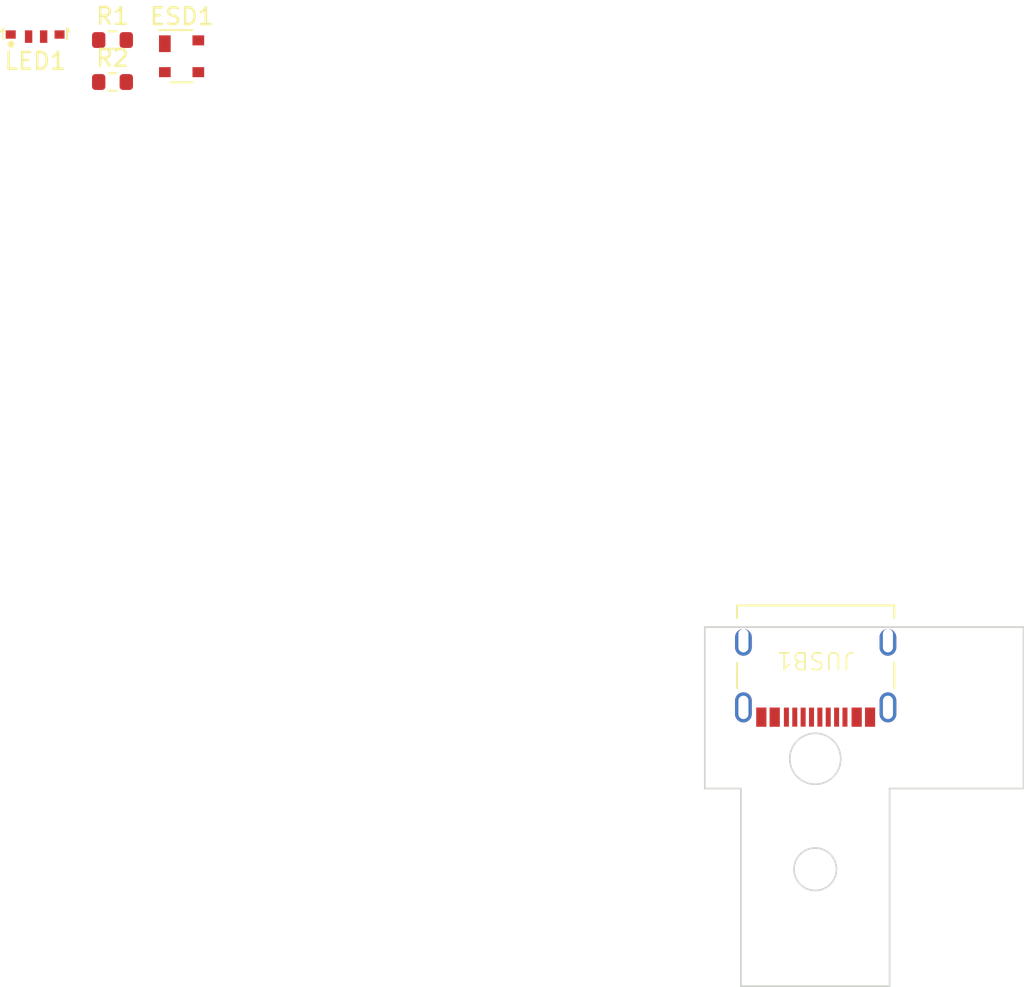
<source format=kicad_pcb>
(kicad_pcb (version 20221018) (generator pcbnew)
  (layers (0 "F.Cu" signal) (31 "B.Cu" signal) (34 "B.Paste" user) (35 "F.Paste" user) (36 "B.SilkS" user "B.Silkscreen") (37 "F.SilkS" user "F.Silkscreen") (38 "B.Mask" user) (39 "F.Mask" user) (44 "Edge.Cuts" user))
  (net 0 "")
  (net 1 "Net-(JUSB1-CC1)")
  (net 2 "GND")
  (net 3 "Net-(JUSB1-CC2)")
  (net 4 "USB_D-")
  (net 5 "USB_D+")
  (net 6 "+5V")
  (net 7 "RED")
  (net 8 "ANNODE")
  (net 9 "GREEN")
  (net 10 "BLUE")
  (footprint "LED_Custom:FM-3510RGBA-SG" (layer "F.Cu") (at 59.4192 70.1996)
    (fp_text reference "LED1" (at 0 1.5) (layer "F.SilkS"))
    (fp_text value "LED")
    (fp_line (start -1.9 -0.45) (end -2.05 -0.25) (stroke (width 0.12)) (layer "F.SilkS"))
    (fp_line (start -1.9 0.2) (end -1.9 -0.45) (stroke (width 0.12)) (layer "F.SilkS"))
    (fp_line (start 1.9 -0.45) (end 2.05 -0.25) (stroke (width 0.12)) (layer "F.SilkS"))
    (fp_line (start 1.9 0.2) (end 1.9 -0.45) (stroke (width 0.12)) (layer "F.SilkS"))
    (fp_circle (center -1.45 0.5) (end -1.3 0.5) (stroke (width 0.12)) (fill solid) (layer "F.SilkS"))
    (pad "1" smd rect (at -1.47 -0.085) (size 0.6 0.5) (layers "F.Cu" "F.Paste" "F.Mask") (net 7 "RED"))
    (pad "2" smd rect (at -0.4 0.04) (size 0.44 0.75) (layers "F.Cu" "F.Paste" "F.Mask") (net 8 "ANNODE"))
    (pad "3" smd rect (at 0.5 0.04) (size 0.44 0.75) (layers "F.Cu" "F.Paste" "F.Mask") (net 9 "GREEN"))
    (pad "4" smd rect (at 1.45 -0.085) (size 0.6 0.5) (layers "F.Cu" "F.Paste" "F.Mask") (net 10 "BLUE"))
  )
  (footprint "Package_TO_SOT_SMD:SOT-143" (layer "F.Cu") (at 68.1642 71.4146)
    (fp_text reference "ESD1" (at 0.02 -2.38) (layer "F.SilkS"))
    (fp_text value "PRTR5V0U2X")
    (fp_line (start -0.65 1.56) (end 0.65 1.56) (stroke (width 0.12)) (layer "F.SilkS"))
    (fp_line (start 0.65 -1.56) (end -1.35 -1.56) (stroke (width 0.12)) (layer "F.SilkS"))
    (pad "1" smd rect (at -1 -0.75) (size 0.7 1) (layers "F.Cu" "F.Paste" "F.Mask") (net 2 "GND"))
    (pad "2" smd rect (at -1 0.95) (size 0.7 0.6) (layers "F.Cu" "F.Paste" "F.Mask") (net 4 "USB_D-"))
    (pad "3" smd rect (at 1 0.95) (size 0.7 0.6) (layers "F.Cu" "F.Paste" "F.Mask") (net 5 "USB_D+"))
    (pad "4" smd rect (at 1 -0.95) (size 0.7 0.6) (layers "F.Cu" "F.Paste" "F.Mask") (net 6 "+5V"))
  )
  (footprint "Resistor_SMD:R_0603_1608Metric" (layer "F.Cu") (at 64.0342 72.9546)
    (fp_text reference "R2" (at 0 -1.43) (layer "F.SilkS"))
    (fp_text value "5k1")
    (fp_line (start -0.237258 -0.5225) (end 0.237258 -0.5225) (stroke (width 0.12)) (layer "F.SilkS"))
    (fp_line (start -0.237258 0.5225) (end 0.237258 0.5225) (stroke (width 0.12)) (layer "F.SilkS"))
    (pad "1" smd roundrect (at -0.825 0) (size 0.8 0.95) (layers "F.Cu" "F.Paste" "F.Mask") (net 3 "Net-(JUSB1-CC2)"))
    (pad "2" smd roundrect (at 0.825 0) (size 0.8 0.95) (layers "F.Cu" "F.Paste" "F.Mask") (net 2 "GND"))
  )
  (footprint "Resistor_SMD:R_0603_1608Metric" (layer "F.Cu") (at 64.0342 70.4446)
    (fp_text reference "R1" (at 0 -1.43) (layer "F.SilkS"))
    (fp_text value "5k1")
    (fp_line (start -0.237258 -0.5225) (end 0.237258 -0.5225) (stroke (width 0.12)) (layer "F.SilkS"))
    (fp_line (start -0.237258 0.5225) (end 0.237258 0.5225) (stroke (width 0.12)) (layer "F.SilkS"))
    (pad "1" smd roundrect (at -0.825 0) (size 0.8 0.95) (layers "F.Cu" "F.Paste" "F.Mask") (net 1 "Net-(JUSB1-CC1)"))
    (pad "2" smd roundrect (at 0.825 0) (size 0.8 0.95) (layers "F.Cu" "F.Paste" "F.Mask") (net 2 "GND"))
  )
  (footprint "Connector_Custom:YTC-16S-28" (layer "F.Cu") (at 106.0704 107.0356 180)
    (fp_text reference "JUSB1" (at 0 -0.5 180 unlocked) (layer "F.SilkS") (effects (font (thickness 0.1))))
    (fp_text value "USB")
    (fp_line (start -4.699 2.032) (end -4.699 2.794) (stroke (width 0.12)) (layer "F.SilkS"))
    (fp_line (start -4.699 2.794) (end 4.7 2.794) (stroke (width 0.12)) (layer "F.SilkS"))
    (fp_line (start -4.6985 -2.159) (end -4.6995 -0.635) (stroke (width 0.12)) (layer "F.SilkS"))
    (fp_line (start 4.699 2.032) (end 4.7 2.794) (stroke (width 0.12)) (layer "F.SilkS"))
    (fp_line (start 4.6995 -2.159) (end 4.6985 -0.635) (stroke (width 0.12)) (layer "F.SilkS"))
    (pad "A1" smd rect (at -3.25 -3.8862 180) (size 0.6 1.14) (layers "F.Cu" "F.Paste" "F.Mask") (net 2 "GND"))
    (pad "A4" smd rect (at -2.45 -3.8862 180) (size 0.6 1.14) (layers "F.Cu" "F.Paste" "F.Mask") (net 6 "+5V"))
    (pad "A5" smd rect (at -1.25 -3.8862 180) (size 0.3 1.14) (layers "F.Cu" "F.Paste" "F.Mask") (net 1 "Net-(JUSB1-CC1)"))
    (pad "A6" smd rect (at -0.25 -3.8862 180) (size 0.3 1.14) (layers "F.Cu" "F.Paste" "F.Mask") (net 5 "USB_D+"))
    (pad "A7" smd rect (at 0.25 -3.8862 180) (size 0.3 1.14) (layers "F.Cu" "F.Paste" "F.Mask") (net 4 "USB_D-"))
    (pad "A8" smd rect (at 1.25 -3.8862 180) (size 0.3 1.14) (layers "F.Cu" "F.Paste" "F.Mask"))
    (pad "A9" smd rect (at 2.45 -3.8862 180) (size 0.6 1.14) (layers "F.Cu" "F.Paste" "F.Mask") (net 6 "+5V"))
    (pad "A12" smd rect (at 3.25 -3.8862 180) (size 0.6 1.14) (layers "F.Cu" "F.Paste" "F.Mask") (net 2 "GND"))
    (pad "B1" smd rect (at 3.25 -3.8862 180) (size 0.6 1.14) (layers "F.Cu" "F.Paste" "F.Mask") (net 2 "GND"))
    (pad "B4" smd rect (at 2.45 -3.8862 180) (size 0.6 1.14) (layers "F.Cu" "F.Paste" "F.Mask") (net 6 "+5V"))
    (pad "B5" smd rect (at 1.75 -3.8862 180) (size 0.3 1.14) (layers "F.Cu" "F.Paste" "F.Mask") (net 3 "Net-(JUSB1-CC2)"))
    (pad "B6" smd rect (at 0.75 -3.8862 180) (size 0.3 1.14) (layers "F.Cu" "F.Paste" "F.Mask") (net 5 "USB_D+"))
    (pad "B7" smd rect (at -0.75 -3.8862 180) (size 0.3 1.14) (layers "F.Cu" "F.Paste" "F.Mask") (net 4 "USB_D-"))
    (pad "B8" smd rect (at -1.75 -3.8862 180) (size 0.3 1.14) (layers "F.Cu" "F.Paste" "F.Mask"))
    (pad "B9" smd rect (at -2.45 -3.8862 180) (size 0.6 1.14) (layers "F.Cu" "F.Paste" "F.Mask") (net 6 "+5V"))
    (pad "B12" smd rect (at -3.25 -3.8862 180) (size 0.6 1.14) (layers "F.Cu" "F.Paste" "F.Mask") (net 2 "GND"))
    (pad "S1" thru_hole oval (at -4.32 -3.302 180) (size 1 1.8) (drill oval 0.6 1.4) (layers "*.Cu" "*.Mask") (net 2 "GND"))
    (pad "S1" thru_hole oval (at -4.318 0.6858 180) (size 1 1.6) (drill oval 0.6 1.4 (offset 0 -0.1)) (layers "*.Cu" "*.Mask") (net 2 "GND"))
    (pad "S1" thru_hole oval (at 4.32 -3.302 180) (size 1 1.8) (drill oval 0.6 1.4) (layers "*.Cu" "*.Mask") (net 2 "GND"))
    (pad "S1" thru_hole oval (at 4.32 0.6858 180) (size 1 1.6) (drill oval 0.6 1.4 (offset 0 -0.1)) (layers "*.Cu" "*.Mask") (net 2 "GND"))
  )
  (gr_line (start 118.491 105.537) (end 99.441 105.537) (stroke (width 0.1)) (layer "Edge.Cuts"))
  (gr_line (start 101.6 115.189) (end 99.441 115.189) (stroke (width 0.1)) (layer "Edge.Cuts"))
  (gr_line (start 110.49 127) (end 110.49 115.189) (stroke (width 0.1)) (layer "Edge.Cuts"))
  (gr_circle (center 106.045 120.015) (end 107.315 120.015) (stroke (width 0.1)) (fill none) (layer "Edge.Cuts"))
  (gr_circle (center 106.045 113.411) (end 107.569 113.411) (stroke (width 0.1)) (fill none) (layer "Edge.Cuts"))
  (gr_line (start 101.6 127) (end 110.49 127) (stroke (width 0.1)) (layer "Edge.Cuts"))
  (gr_line (start 118.491 115.189) (end 118.491 105.537) (stroke (width 0.1)) (layer "Edge.Cuts"))
  (gr_line (start 99.441 115.189) (end 99.441 105.537) (stroke (width 0.1)) (layer "Edge.Cuts"))
  (gr_line (start 101.6 127) (end 101.6 115.189) (stroke (width 0.1)) (layer "Edge.Cuts"))
  (gr_line (start 110.49 115.189) (end 118.491 115.189) (stroke (width 0.1)) (layer "Edge.Cuts"))
)
</source>
